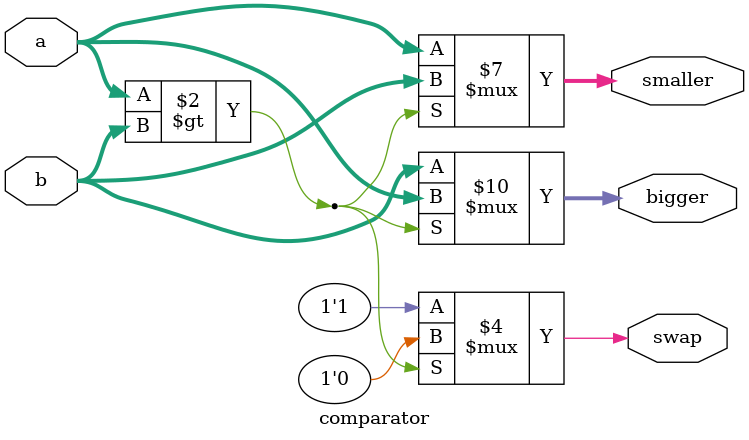
<source format=sv>
/*
 * @info: --> Auto create header by korofileheader <--
 * @Author: Northern NOOB
 * @Mail: northsnoob@gmail.com
 * @Date: 2025-01-27 15:47
 * @LastEditors: Northern NOOB
 * @LastEditTime: 2025-01-27 15:55
 * @Version: default
 */
module comparator(
	input [9:0] a,b,
	output reg [9:0] bigger,smaller,
	output reg swap
);
always@*begin
	if (a>b)begin
		bigger=a;
		smaller=b;
		swap=1'b0;
	end
	else begin
		bigger=b;
		smaller=a;
		swap=1'b1;
	end
end
endmodule
</source>
